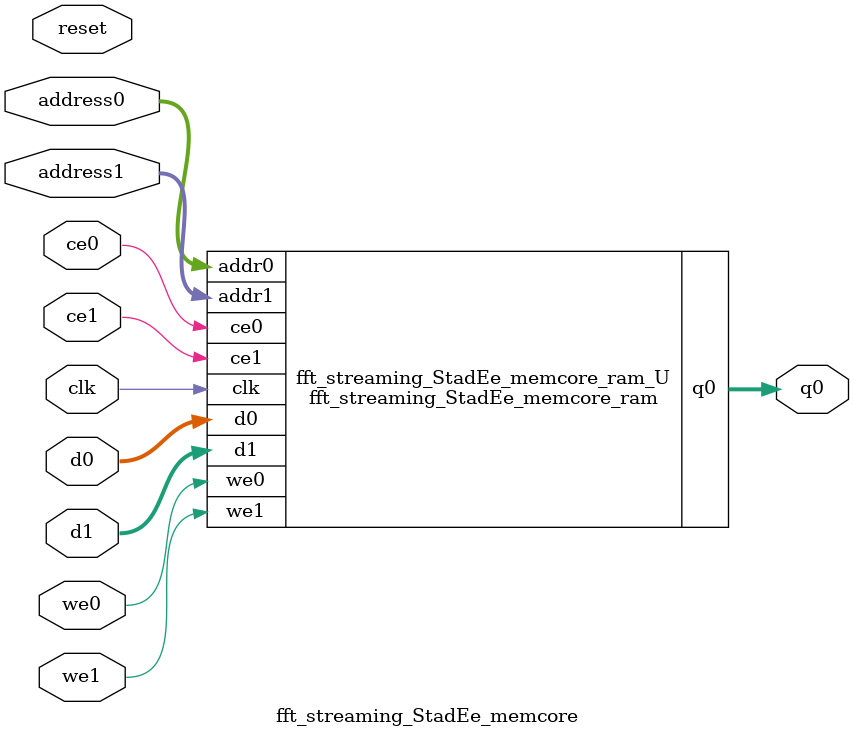
<source format=v>
`timescale 1 ns / 1 ps
module fft_streaming_StadEe_memcore_ram (addr0, ce0, d0, we0, q0, addr1, ce1, d1, we1,  clk);

parameter DWIDTH = 32;
parameter AWIDTH = 10;
parameter MEM_SIZE = 1024;

input[AWIDTH-1:0] addr0;
input ce0;
input[DWIDTH-1:0] d0;
input we0;
output reg[DWIDTH-1:0] q0;
input[AWIDTH-1:0] addr1;
input ce1;
input[DWIDTH-1:0] d1;
input we1;
input clk;

(* ram_style = "block" *)reg [DWIDTH-1:0] ram[0:MEM_SIZE-1];




always @(posedge clk)  
begin 
    if (ce0) begin
        if (we0)
        begin 
            ram[addr0] <= d0;
        end 
        q0 <= ram[addr0];
    end
end


always @(posedge clk)  
begin 
    if (ce1) begin
        if (we1)
        begin 
            ram[addr1] <= d1;
        end 
    end
end


endmodule

`timescale 1 ns / 1 ps
module fft_streaming_StadEe_memcore(
    reset,
    clk,
    address0,
    ce0,
    we0,
    d0,
    q0,
    address1,
    ce1,
    we1,
    d1);

parameter DataWidth = 32'd32;
parameter AddressRange = 32'd1024;
parameter AddressWidth = 32'd10;
input reset;
input clk;
input[AddressWidth - 1:0] address0;
input ce0;
input we0;
input[DataWidth - 1:0] d0;
output[DataWidth - 1:0] q0;
input[AddressWidth - 1:0] address1;
input ce1;
input we1;
input[DataWidth - 1:0] d1;



fft_streaming_StadEe_memcore_ram fft_streaming_StadEe_memcore_ram_U(
    .clk( clk ),
    .addr0( address0 ),
    .ce0( ce0 ),
    .we0( we0 ),
    .d0( d0 ),
    .q0( q0 ),
    .addr1( address1 ),
    .ce1( ce1 ),
    .we1( we1 ),
    .d1( d1 ));

endmodule


</source>
